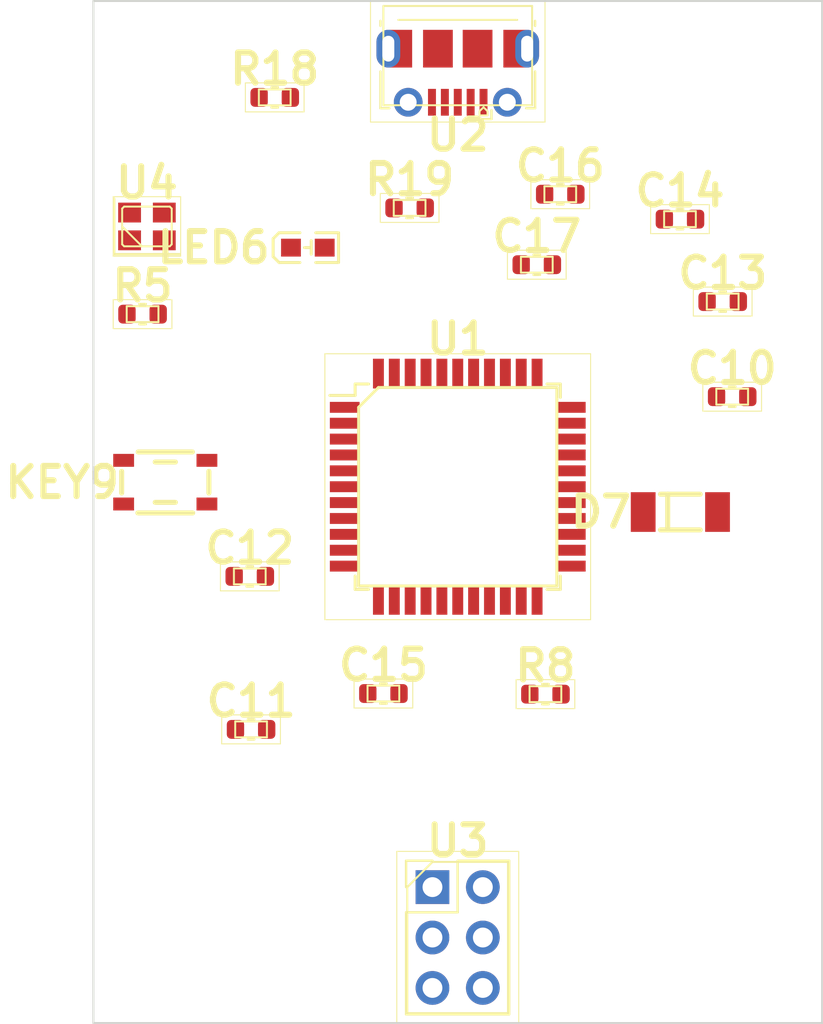
<source format=kicad_pcb>
(kicad_pcb
 (version 5)
 (host pcbnew 4.0.2-stable)
 (general
  (links 469)
  (no_connects 0)
  (area 0 0 36.74869153750062 51.49869153750062)
  (thickness 1.6002)
  (drawings 311)
  (tracks 3484)
  (zones 0)
  (modules 338)
  (nets 131))
 (page A3)
 (title_block
  (title GH60)
  (date "20 jan 2014")
  (rev B)
  (company "geekhack GH60 design team"))
 (layers
  (0 F.Cu signal)
  (31 B.Cu signal)
  (32 B.Adhes user)
  (33 F.Adhes user)
  (34 B.Paste user)
  (35 F.Paste user)
  (36 B.SilkS user)
  (37 F.SilkS user)
  (38 B.Mask user)
  (39 F.Mask user)
  (40 Dwgs.User user)
  (41 Cmts.User user)
  (42 Eco1.User user)
  (43 Eco2.User user)
  (44 Edge.Cuts user)
  (48 B.Fab user)
  (49 F.Fab user))
 (setup
  (last_trace_width 0.4064)
  (user_trace_width 0.254)
  (user_trace_width 0.4064)
  (user_trace_width 0.889)
  (trace_clearance 0.127)
  (zone_clearance 0.307299)
  (zone_45_only yes)
  (trace_min 0.127)
  (segment_width 2)
  (edge_width 0.0991)
  (via_size 1)
  (via_drill 0.4)
  (via_min_size 1)
  (via_min_drill 0.4)
  (uvia_size 0.508)
  (uvia_drill 0.127)
  (uvias_allowed no)
  (uvia_min_size 0.508)
  (uvia_min_drill 0.127)
  (pcb_text_width 0.3048)
  (pcb_text_size 1.524 2.032)
  (mod_edge_width 0.3)
  (mod_text_size 1.524 1.524)
  (mod_text_width 0.3048)
  (pad_size 0.9 0.9)
  (pad_drill 0.9)
  (pad_to_mask_clearance 0.1016)
  (pad_to_paste_clearance -0.02)
  (aux_axis_origin 62.29 64.62)
  (visible_elements FFFFFFFF)
  (pcbplotparams
   (layerselection 0x012a0_00000000)
   (usegerberextensions false)
   (excludeedgelayer true)
   (linewidth 0.15)
   (plotframeref false)
   (viasonmask false)
   (mode 1)
   (useauxorigin false)
   (hpglpennumber 1)
   (hpglpenspeed 20)
   (hpglpendiameter 15)
   (hpglpenoverlay 0)
   (psnegative false)
   (psa4output false)
   (plotreference true)
   (plotvalue false)
   (plotinvisibletext false)
   (padsonsilk false)
   (subtractmaskfromsilk false)
   (outputformat 4)
   (mirror false)
   (drillshape 0)
   (scaleselection 1)
   (outputdirectory gerber/)))
 (net 1 "1")
 (net 2 "2")
 (net 6 "6")
 (net 10 "10")
 (net 14 "14")
 (net 3 "3")
 (net 7 "7")
 (net 11 "11")
 (net 15 "15")
 (net 4 "4")
 (net 8 "8")
 (net 12 "12")
 (net 16 "16")
 (net 5 "5")
 (net 9 "9")
 (net 13 "13")
 (module "U1" (layer F.Cu)
   (tedit 0)
   (tstamp 0)
   (at 18.37434620020226 24.474345965738443 0.0)
   (path placeholder)
   (fp_text
    reference
    "U1"
    (at 0 -7.45 0)
    (layer F.SilkS)
    (effects (font (size 1.524 1.524) (thickness 0.3048))))
   (fp_line (start -4 -5) (end 5 -5) (layer F.SilkS) (width 0.15))
   (fp_line (start 5 -5) (end 5 5) (layer F.SilkS) (width 0.15))
   (fp_line (start 5 5) (end -5 5) (layer F.SilkS) (width 0.15))
   (fp_line (start -5 5) (end -5 -4) (layer F.SilkS) (width 0.15))
   (fp_line (start -5 -4) (end -4 -5) (layer F.SilkS) (width 0.15))
   (fp_line (start -6.7 -6.7) (end -6.7 6.7) (layer F.SilkS) (width 0.05))
   (fp_line (start 6.7 -6.7) (end 6.7 6.7) (layer F.SilkS) (width 0.05))
   (fp_line (start -6.7 -6.7) (end 6.7 -6.7) (layer F.SilkS) (width 0.05))
   (fp_line (start -6.7 6.7) (end 6.7 6.7) (layer F.SilkS) (width 0.05))
   (fp_line
    (start -5.175 -5.175)
    (end -5.175 -4.6)
    (layer F.SilkS)
    (width 0.15))
   (fp_line (start 5.175 -5.175) (end 5.175 -4.5) (layer F.SilkS) (width 0.15))
   (fp_line (start 5.175 5.175) (end 5.175 4.5) (layer F.SilkS) (width 0.15))
   (fp_line (start -5.175 5.175) (end -5.175 4.5) (layer F.SilkS) (width 0.15))
   (fp_line
    (start -5.175 -5.175)
    (end -4.5 -5.175)
    (layer F.SilkS)
    (width 0.15))
   (fp_line (start -5.175 5.175) (end -4.5 5.175) (layer F.SilkS) (width 0.15))
   (fp_line (start 5.175 5.175) (end 4.5 5.175) (layer F.SilkS) (width 0.15))
   (fp_line (start 5.175 -5.175) (end 4.5 -5.175) (layer F.SilkS) (width 0.15))
   (fp_line (start -5.175 -4.6) (end -6.45 -4.6) (layer F.SilkS) (width 0.15))
   (pad
    1
    smd
    rect
    (at -5.7 -4 0.0)
    (size 1.5 0.55)
    (layers F.Cu F.Paste F.Mask))
   (pad
    2
    smd
    rect
    (at -5.7 -3.2 0.0)
    (size 1.5 0.55)
    (layers F.Cu F.Paste F.Mask)
    (net 10 "10"))
   (pad
    3
    smd
    rect
    (at -5.7 -2.4 0.0)
    (size 1.5 0.55)
    (layers F.Cu F.Paste F.Mask)
    (net 15 "15"))
   (pad
    4
    smd
    rect
    (at -5.7 -1.6 0.0)
    (size 1.5 0.55)
    (layers F.Cu F.Paste F.Mask)
    (net 6 "6"))
   (pad
    5
    smd
    rect
    (at -5.7 -0.8 0.0)
    (size 1.5 0.55)
    (layers F.Cu F.Paste F.Mask)
    (net 16 "16"))
   (pad
    6
    smd
    rect
    (at -5.7 0 0.0)
    (size 1.5 0.55)
    (layers F.Cu F.Paste F.Mask)
    (net 12 "12"))
   (pad
    7
    smd
    rect
    (at -5.7 0.8 0.0)
    (size 1.5 0.55)
    (layers F.Cu F.Paste F.Mask)
    (net 10 "10"))
   (pad
    8
    smd
    rect
    (at -5.7 1.6 0.0)
    (size 1.5 0.55)
    (layers F.Cu F.Paste F.Mask))
   (pad
    9
    smd
    rect
    (at -5.7 2.4 0.0)
    (size 1.5 0.55)
    (layers F.Cu F.Paste F.Mask)
    (net 7 "7"))
   (pad
    10
    smd
    rect
    (at -5.7 3.2 0.0)
    (size 1.5 0.55)
    (layers F.Cu F.Paste F.Mask)
    (net 3 "3"))
   (pad
    11
    smd
    rect
    (at -5.7 4 0.0)
    (size 1.5 0.55)
    (layers F.Cu F.Paste F.Mask)
    (net 1 "1"))
   (pad
    12
    smd
    rect
    (at -4 5.7 90.0)
    (size 1.5 0.55)
    (layers F.Cu F.Paste F.Mask))
   (pad
    13
    smd
    rect
    (at -3.2 5.7 90.0)
    (size 1.5 0.55)
    (layers F.Cu F.Paste F.Mask)
    (net 4 "4"))
   (pad
    14
    smd
    rect
    (at -2.4 5.7 90.0)
    (size 1.5 0.55)
    (layers F.Cu F.Paste F.Mask)
    (net 10 "10"))
   (pad
    15
    smd
    rect
    (at -1.6 5.7 90.0)
    (size 1.5 0.55)
    (layers F.Cu F.Paste F.Mask)
    (net 16 "16"))
   (pad
    16
    smd
    rect
    (at -0.8 5.7 90.0)
    (size 1.5 0.55)
    (layers F.Cu F.Paste F.Mask)
    (net 2 "2"))
   (pad
    17
    smd
    rect
    (at 0 5.7 90.0)
    (size 1.5 0.55)
    (layers F.Cu F.Paste F.Mask)
    (net 11 "11"))
   (pad
    18
    smd
    rect
    (at 0.8 5.7 90.0)
    (size 1.5 0.55)
    (layers F.Cu F.Paste F.Mask))
   (pad
    19
    smd
    rect
    (at 1.6 5.7 90.0)
    (size 1.5 0.55)
    (layers F.Cu F.Paste F.Mask))
   (pad
    20
    smd
    rect
    (at 2.4 5.7 90.0)
    (size 1.5 0.55)
    (layers F.Cu F.Paste F.Mask))
   (pad
    21
    smd
    rect
    (at 3.2 5.7 90.0)
    (size 1.5 0.55)
    (layers F.Cu F.Paste F.Mask))
   (pad
    22
    smd
    rect
    (at 4 5.7 90.0)
    (size 1.5 0.55)
    (layers F.Cu F.Paste F.Mask))
   (pad
    23
    smd
    rect
    (at 5.7 4 0.0)
    (size 1.5 0.55)
    (layers F.Cu F.Paste F.Mask)
    (net 16 "16"))
   (pad
    24
    smd
    rect
    (at 5.7 3.2 0.0)
    (size 1.5 0.55)
    (layers F.Cu F.Paste F.Mask)
    (net 10 "10"))
   (pad
    25
    smd
    rect
    (at 5.7 2.4 0.0)
    (size 1.5 0.55)
    (layers F.Cu F.Paste F.Mask))
   (pad
    26
    smd
    rect
    (at 5.7 1.6 0.0)
    (size 1.5 0.55)
    (layers F.Cu F.Paste F.Mask))
   (pad
    27
    smd
    rect
    (at 5.7 0.8 0.0)
    (size 1.5 0.55)
    (layers F.Cu F.Paste F.Mask))
   (pad
    28
    smd
    rect
    (at 5.7 0 0.0)
    (size 1.5 0.55)
    (layers F.Cu F.Paste F.Mask))
   (pad
    29
    smd
    rect
    (at 5.7 -0.8 0.0)
    (size 1.5 0.55)
    (layers F.Cu F.Paste F.Mask))
   (pad
    30
    smd
    rect
    (at 5.7 -1.6 0.0)
    (size 1.5 0.55)
    (layers F.Cu F.Paste F.Mask))
   (pad
    31
    smd
    rect
    (at 5.7 -2.4 0.0)
    (size 1.5 0.55)
    (layers F.Cu F.Paste F.Mask)
    (net 8 "8"))
   (pad
    32
    smd
    rect
    (at 5.7 -3.2 0.0)
    (size 1.5 0.55)
    (layers F.Cu F.Paste F.Mask))
   (pad
    33
    smd
    rect
    (at 5.7 -4 0.0)
    (size 1.5 0.55)
    (layers F.Cu F.Paste F.Mask))
   (pad
    34
    smd
    rect
    (at 4 -5.7 90.0)
    (size 1.5 0.55)
    (layers F.Cu F.Paste F.Mask)
    (net 10 "10"))
   (pad
    35
    smd
    rect
    (at 3.2 -5.7 90.0)
    (size 1.5 0.55)
    (layers F.Cu F.Paste F.Mask)
    (net 16 "16"))
   (pad
    36
    smd
    rect
    (at 2.4 -5.7 90.0)
    (size 1.5 0.55)
    (layers F.Cu F.Paste F.Mask))
   (pad
    37
    smd
    rect
    (at 1.6 -5.7 90.0)
    (size 1.5 0.55)
    (layers F.Cu F.Paste F.Mask))
   (pad
    38
    smd
    rect
    (at 0.8 -5.7 90.0)
    (size 1.5 0.55)
    (layers F.Cu F.Paste F.Mask))
   (pad
    39
    smd
    rect
    (at 0 -5.7 90.0)
    (size 1.5 0.55)
    (layers F.Cu F.Paste F.Mask))
   (pad
    40
    smd
    rect
    (at -0.8 -5.7 90.0)
    (size 1.5 0.55)
    (layers F.Cu F.Paste F.Mask))
   (pad
    41
    smd
    rect
    (at -1.6 -5.7 90.0)
    (size 1.5 0.55)
    (layers F.Cu F.Paste F.Mask))
   (pad
    42
    smd
    rect
    (at -2.4 -5.7 90.0)
    (size 1.5 0.55)
    (layers F.Cu F.Paste F.Mask))
   (pad
    43
    smd
    rect
    (at -3.2 -5.7 90.0)
    (size 1.5 0.55)
    (layers F.Cu F.Paste F.Mask)
    (net 16 "16"))
   (pad
    44
    smd
    rect
    (at -4 -5.7 90.0)
    (size 1.5 0.55)
    (layers F.Cu F.Paste F.Mask)
    (net 10 "10"))
   (fp_text
    user
    "AIN0/INT6/PE6"
    (at -5.7 -4)
    (layer Eco1.User)
    (effects (font (size 0.2 0.2) (thickness 0.05))))
   (fp_text
    user
    "UVCC"
    (at -5.7 -3.2)
    (layer Eco1.User)
    (effects (font (size 0.2 0.2) (thickness 0.05))))
   (fp_text
    user
    "D-"
    (at -5.7 -2.4)
    (layer Eco1.User)
    (effects (font (size 0.2 0.2) (thickness 0.05))))
   (fp_text
    user
    "D+"
    (at -5.7 -1.6)
    (layer Eco1.User)
    (effects (font (size 0.2 0.2) (thickness 0.05))))
   (fp_text
    user
    "UGND"
    (at -5.7 -0.8)
    (layer Eco1.User)
    (effects (font (size 0.2 0.2) (thickness 0.05))))
   (fp_text
    user
    "UCAP"
    (at -5.7 0)
    (layer Eco1.User)
    (effects (font (size 0.2 0.2) (thickness 0.05))))
   (fp_text
    user
    "VBUS"
    (at -5.7 0.8)
    (layer Eco1.User)
    (effects (font (size 0.2 0.2) (thickness 0.05))))
   (fp_text
    user
    "PB0/PCINT0/SS"
    (at -5.7 1.6)
    (layer Eco1.User)
    (effects (font (size 0.2 0.2) (thickness 0.05))))
   (fp_text
    user
    "PCINT1/SCLK/PB1"
    (at -5.7 2.4)
    (layer Eco1.User)
    (effects (font (size 0.2 0.2) (thickness 0.05))))
   (fp_text
    user
    "PDI/PCINT2/PB2/MOSI"
    (at -5.7 3.2)
    (layer Eco1.User)
    (effects (font (size 0.2 0.2) (thickness 0.05))))
   (fp_text
    user
    "PDO/MISO/PB3/PCINT3"
    (at -5.7 4)
    (layer Eco1.User)
    (effects (font (size 0.2 0.2) (thickness 0.05))))
   (fp_text
    user
    "PCINT7/PB7/RTS/OC0A/OC1C"
    (at -4 5.7 90)
    (layer Eco1.User)
    (effects (font (size 0.2 0.2) (thickness 0.05))))
   (fp_text
    user
    "RESET"
    (at -3.2 5.7 90)
    (layer Eco1.User)
    (effects (font (size 0.2 0.2) (thickness 0.05))))
   (fp_text
    user
    "VCC"
    (at -2.4 5.7 90)
    (layer Eco1.User)
    (effects (font (size 0.2 0.2) (thickness 0.05))))
   (fp_text
    user
    "GND"
    (at -1.6 5.7 90)
    (layer Eco1.User)
    (effects (font (size 0.2 0.2) (thickness 0.05))))
   (fp_text
    user
    "XTAL2"
    (at -0.8 5.7 90)
    (layer Eco1.User)
    (effects (font (size 0.2 0.2) (thickness 0.05))))
   (fp_text
    user
    "XTAL1"
    (at 0 5.7 90)
    (layer Eco1.User)
    (effects (font (size 0.2 0.2) (thickness 0.05))))
   (fp_text
    user
    "SCL/PD0/OC0B/INT0"
    (at 0.8 5.7 90)
    (layer Eco1.User)
    (effects (font (size 0.2 0.2) (thickness 0.05))))
   (fp_text
    user
    "INT1/PD1/SDA"
    (at 1.6 5.7 90)
    (layer Eco1.User)
    (effects (font (size 0.2 0.2) (thickness 0.05))))
   (fp_text
    user
    "PD2/RXD1/INT2"
    (at 2.4 5.7 90)
    (layer Eco1.User)
    (effects (font (size 0.2 0.2) (thickness 0.05))))
   (fp_text
    user
    "TXD1/INT3/PD3"
    (at 3.2 5.7 90)
    (layer Eco1.User)
    (effects (font (size 0.2 0.2) (thickness 0.05))))
   (fp_text
    user
    "PD5/XCK1/CTS"
    (at 4 5.7 90)
    (layer Eco1.User)
    (effects (font (size 0.2 0.2) (thickness 0.05))))
   (fp_text
    user
    "GND"
    (at 5.7 4)
    (layer Eco1.User)
    (effects (font (size 0.2 0.2) (thickness 0.05))))
   (fp_text
    user
    "AVCC"
    (at 5.7 3.2)
    (layer Eco1.User)
    (effects (font (size 0.2 0.2) (thickness 0.05))))
   (fp_text
    user
    "ICP1/PD4/ADC8"
    (at 5.7 2.4)
    (layer Eco1.User)
    (effects (font (size 0.2 0.2) (thickness 0.05))))
   (fp_text
    user
    "PD6/T1/ADC9"
    (at 5.7 1.6)
    (layer Eco1.User)
    (effects (font (size 0.2 0.2) (thickness 0.05))))
   (fp_text
    user
    "T0/OC4D/PD7/ADC10"
    (at 5.7 0.8)
    (layer Eco1.User)
    (effects (font (size 0.2 0.2) (thickness 0.05))))
   (fp_text
    user
    "PB4/PCINT4/ADC11"
    (at 5.7 0)
    (layer Eco1.User)
    (effects (font (size 0.2 0.2) (thickness 0.05))))
   (fp_text
    user
    "PB5/OC1A/PCINT5/ADC12"
    (at 5.7 -0.8)
    (layer Eco1.User)
    (effects (font (size 0.2 0.2) (thickness 0.05))))
   (fp_text
    user
    "ADC13/PCINT6/PB6/OC1B/OC4B"
    (at 5.7 -1.6)
    (layer Eco1.User)
    (effects (font (size 0.2 0.2) (thickness 0.05))))
   (fp_text
    user
    "OC3A/PC6"
    (at 5.7 -2.4)
    (layer Eco1.User)
    (effects (font (size 0.2 0.2) (thickness 0.05))))
   (fp_text
    user
    "ICP3/CLK0/PC7/OC4A"
    (at 5.7 -3.2)
    (layer Eco1.User)
    (effects (font (size 0.2 0.2) (thickness 0.05))))
   (fp_text
    user
    "PE2/HWB"
    (at 5.7 -4)
    (layer Eco1.User)
    (effects (font (size 0.2 0.2) (thickness 0.05))))
   (fp_text
    user
    "VCC"
    (at 4 -5.7 90)
    (layer Eco1.User)
    (effects (font (size 0.2 0.2) (thickness 0.05))))
   (fp_text
    user
    "GND"
    (at 3.2 -5.7 90)
    (layer Eco1.User)
    (effects (font (size 0.2 0.2) (thickness 0.05))))
   (fp_text
    user
    "PF7/TDI/ADC7"
    (at 2.4 -5.7 90)
    (layer Eco1.User)
    (effects (font (size 0.2 0.2) (thickness 0.05))))
   (fp_text
    user
    "PF6/TDO/ADC6"
    (at 1.6 -5.7 90)
    (layer Eco1.User)
    (effects (font (size 0.2 0.2) (thickness 0.05))))
   (fp_text
    user
    "PF5/ADC5/TMS"
    (at 0.8 -5.7 90)
    (layer Eco1.User)
    (effects (font (size 0.2 0.2) (thickness 0.05))))
   (fp_text
    user
    "PF4/ADC4/TCK"
    (at 0 -5.7 90)
    (layer Eco1.User)
    (effects (font (size 0.2 0.2) (thickness 0.05))))
   (fp_text
    user
    "PF1/ADC1"
    (at -0.8 -5.7 90)
    (layer Eco1.User)
    (effects (font (size 0.2 0.2) (thickness 0.05))))
   (fp_text
    user
    "ADC0/PF0"
    (at -1.6 -5.7 90)
    (layer Eco1.User)
    (effects (font (size 0.2 0.2) (thickness 0.05))))
   (fp_text
    user
    "AREF"
    (at -2.4 -5.7 90)
    (layer Eco1.User)
    (effects (font (size 0.2 0.2) (thickness 0.05))))
   (fp_text
    user
    "GND"
    (at -3.2 -5.7 90)
    (layer Eco1.User)
    (effects (font (size 0.2 0.2) (thickness 0.05))))
   (fp_text
    user
    "AVCC"
    (at -4 -5.7 90)
    (layer Eco1.User)
    (effects (font (size 0.2 0.2) (thickness 0.05)))))
 (module "U2" (layer F.Cu)
   (tedit 0)
   (tstamp 0)
   (at 18.374346227584283 3.640000116255006 180.000002659109)
   (path placeholder)
   (fp_text
    reference
    "U2"
    (at 0 -3.1125 0)
    (layer F.SilkS)
    (effects (font (size 1.524 1.524) (thickness 0.3048))))
   (fp_line (start -4.4 3.64) (end 4.4 3.64) (layer F.SilkS) (width 0.05))
   (fp_line (start 4.4 -2.46) (end 4.4 3.64) (layer F.SilkS) (width 0.05))
   (fp_line (start -4.4 -2.46) (end 4.4 -2.46) (layer F.SilkS) (width 0.05))
   (fp_line (start -4.4 3.64) (end -4.4 -2.46) (layer F.SilkS) (width 0.05))
   (fp_line
    (start -3.9 -1.7625)
    (end -3.45 -1.7625)
    (layer F.SilkS)
    (width 0.12))
   (fp_line
    (start -3.9 0.0875)
    (end -3.9 -1.7625)
    (layer F.SilkS)
    (width 0.12))
   (fp_line (start 3.9 2.6375) (end 3.9 2.3875) (layer F.SilkS) (width 0.12))
   (fp_line (start 3.75 3.3875) (end 3.75 -1.6125) (layer F.SilkS) (width 0.1))
   (fp_line (start -3 2.689204) (end 3 2.689204) (layer F.SilkS) (width 0.1))
   (fp_line
    (start -3.75 3.389204)
    (end 3.75 3.389204)
    (layer F.SilkS)
    (width 0.1))
   (fp_line
    (start -3.75 -1.6125)
    (end 3.75 -1.6125)
    (layer F.SilkS)
    (width 0.1))
   (fp_line
    (start -3.75 3.3875)
    (end -3.75 -1.6125)
    (layer F.SilkS)
    (width 0.1))
   (fp_line (start -3.9 2.6375) (end -3.9 2.3875) (layer F.SilkS) (width 0.12))
   (fp_line (start 3.9 0.0875) (end 3.9 -1.7625) (layer F.SilkS) (width 0.12))
   (fp_line
    (start 3.9 -1.7625)
    (end 3.45 -1.7625)
    (layer F.SilkS)
    (width 0.12))
   (fp_line
    (start -1.7 -2.3125)
    (end -1.25 -2.3125)
    (layer F.SilkS)
    (width 0.12))
   (fp_line
    (start -1.7 -2.3125)
    (end -1.7 -1.8625)
    (layer F.SilkS)
    (width 0.12))
   (fp_line
    (start -1.3 -1.7125)
    (end -1.5 -1.9125)
    (layer F.SilkS)
    (width 0.1))
   (fp_line
    (start -1.1 -1.9125)
    (end -1.3 -1.7125)
    (layer F.SilkS)
    (width 0.1))
   (fp_line
    (start -1.5 -2.1225)
    (end -1.1 -2.1225)
    (layer F.SilkS)
    (width 0.1))
   (fp_line
    (start -1.5 -2.1225)
    (end -1.5 -1.9125)
    (layer F.SilkS)
    (width 0.1))
   (fp_line
    (start -1.1 -2.1225)
    (end -1.1 -1.9125)
    (layer F.SilkS)
    (width 0.1))
   (pad
    6
    smd
    rect
    (at 1 1.2375 180.000002659109)
    (size 1.5 1.9)
    (layers F.Cu F.Paste F.Mask))
   (pad
    6
    thru_hole
    circle
    (at -2.5 -1.4625 180.000002659109)
    (size 1.45 1.45)
    (drill 0.85)
    (layers *.Cu *.Mask))
   (pad
    2
    smd
    rect
    (at -0.65 -1.4625 180.000002659109)
    (size 0.4 1.35)
    (layers F.Cu F.Paste F.Mask)
    (net 13 "13"))
   (pad
    1
    smd
    rect
    (at -1.3 -1.4625 180.000002659109)
    (size 0.4 1.35)
    (layers F.Cu F.Paste F.Mask)
    (net 10 "10"))
   (pad
    5
    smd
    rect
    (at 1.3 -1.4625 180.000002659109)
    (size 0.4 1.35)
    (layers F.Cu F.Paste F.Mask)
    (net 16 "16"))
   (pad
    4
    smd
    rect
    (at 0.65 -1.4625 180.000002659109)
    (size 0.4 1.35)
    (layers F.Cu F.Paste F.Mask))
   (pad
    3
    smd
    rect
    (at 0 -1.4625 180.000002659109)
    (size 0.4 1.35)
    (layers F.Cu F.Paste F.Mask)
    (net 5 "5"))
   (pad
    6
    thru_hole
    circle
    (at 2.5 -1.4625 180.000002659109)
    (size 1.45 1.45)
    (drill 0.85)
    (layers *.Cu *.Mask))
   (pad
    6
    smd
    rect
    (at -1 1.2375 180.000002659109)
    (size 1.5 1.9)
    (layers F.Cu F.Paste F.Mask))
   (pad
    6
    thru_hole
    oval
    (at -3.5 1.2375 360.000002659109)
    (size 1.2 1.9)
    (drill oval 0.6 1.3)
    (layers *.Cu *.Mask))
   (pad
    6
    thru_hole
    oval
    (at 3.5 1.2375 180.000002659109)
    (size 1.2 1.9)
    (drill oval 0.6 1.3)
    (layers *.Cu *.Mask))
   (pad
    6
    smd
    rect
    (at 2.9 1.2375 180.000002659109)
    (size 1.2 1.9)
    (layers F.Cu F.Paste F.Mask))
   (pad
    6
    smd
    rect
    (at -2.9 1.2375 180.000002659109)
    (size 1.2 1.9)
    (layers F.Cu F.Paste F.Mask))
   (fp_text
    user
    "6"
    (at 1 1.2375 90)
    (layer Eco1.User)
    (effects (font (size 0.2 0.2) (thickness 0.05))))
   (fp_text
    user
    "6"
    (at -2.5 -1.4625 90)
    (layer Eco1.User)
    (effects (font (size 0.2 0.2) (thickness 0.05))))
   (fp_text
    user
    "D-"
    (at -0.65 -1.4625 90)
    (layer Eco1.User)
    (effects (font (size 0.2 0.2) (thickness 0.05))))
   (fp_text
    user
    "VBUS"
    (at -1.3 -1.4625 90)
    (layer Eco1.User)
    (effects (font (size 0.2 0.2) (thickness 0.05))))
   (fp_text
    user
    "GND"
    (at 1.3 -1.4625 90)
    (layer Eco1.User)
    (effects (font (size 0.2 0.2) (thickness 0.05))))
   (fp_text
    user
    "ID"
    (at 0.65 -1.4625 90)
    (layer Eco1.User)
    (effects (font (size 0.2 0.2) (thickness 0.05))))
   (fp_text
    user
    "D+"
    (at 0 -1.4625 90)
    (layer Eco1.User)
    (effects (font (size 0.2 0.2) (thickness 0.05))))
   (fp_text
    user
    "6"
    (at 2.5 -1.4625 90)
    (layer Eco1.User)
    (effects (font (size 0.2 0.2) (thickness 0.05))))
   (fp_text
    user
    "6"
    (at -1 1.2375 90)
    (layer Eco1.User)
    (effects (font (size 0.2 0.2) (thickness 0.05))))
   (fp_text
    user
    "6"
    (at -3.5 1.2375 90)
    (layer Eco1.User)
    (effects (font (size 0.2 0.2) (thickness 0.05))))
   (fp_text
    user
    "6"
    (at 3.5 1.2375 90)
    (layer Eco1.User)
    (effects (font (size 0.2 0.2) (thickness 0.05))))
   (fp_text
    user
    "6"
    (at 2.9 1.2375 90)
    (layer Eco1.User)
    (effects (font (size 0.2 0.2) (thickness 0.05))))
   (fp_text
    user
    "6"
    (at -2.9 1.2375 90)
    (layer Eco1.User)
    (effects (font (size 0.2 0.2) (thickness 0.05)))))
 (module "U3" (layer F.Cu)
   (tedit 0)
   (tstamp 0)
   (at 17.099346200202262 44.648691712627944 0.0)
   (path placeholder)
   (fp_text
    reference
    "U3"
    (at 1.27 -2.33 0)
    (layer F.SilkS)
    (effects (font (size 1.524 1.524) (thickness 0.3048))))
   (fp_line (start 0 -1.27) (end 3.81 -1.27) (layer F.SilkS) (width 0.1))
   (fp_line (start 3.81 -1.27) (end 3.81 6.35) (layer F.SilkS) (width 0.1))
   (fp_line (start 3.81 6.35) (end -1.27 6.35) (layer F.SilkS) (width 0.1))
   (fp_line (start -1.27 6.35) (end -1.27 0) (layer F.SilkS) (width 0.1))
   (fp_line (start -1.27 0) (end 0 -1.27) (layer F.SilkS) (width 0.1))
   (fp_line (start -1.33 6.41) (end 3.87 6.41) (layer F.SilkS) (width 0.12))
   (fp_line (start -1.33 1.27) (end -1.33 6.41) (layer F.SilkS) (width 0.12))
   (fp_line (start 3.87 -1.33) (end 3.87 6.41) (layer F.SilkS) (width 0.12))
   (fp_line (start -1.33 1.27) (end 1.27 1.27) (layer F.SilkS) (width 0.12))
   (fp_line (start 1.27 1.27) (end 1.27 -1.33) (layer F.SilkS) (width 0.12))
   (fp_line (start 1.27 -1.33) (end 3.87 -1.33) (layer F.SilkS) (width 0.12))
   (fp_line (start -1.33 0) (end -1.33 -1.33) (layer F.SilkS) (width 0.12))
   (fp_line (start -1.33 -1.33) (end 0 -1.33) (layer F.SilkS) (width 0.12))
   (fp_line (start -1.8 -1.8) (end -1.8 6.85) (layer F.SilkS) (width 0.05))
   (fp_line (start -1.8 6.85) (end 4.35 6.85) (layer F.SilkS) (width 0.05))
   (fp_line (start 4.35 6.85) (end 4.35 -1.8) (layer F.SilkS) (width 0.05))
   (fp_line (start 4.35 -1.8) (end -1.8 -1.8) (layer F.SilkS) (width 0.05))
   (pad
    1
    thru_hole
    rect
    (at 0 0 0.0)
    (size 1.7 1.7)
    (drill 1.0)
    (layers *.Cu *.Mask)
    (net 1 "1"))
   (pad
    2
    thru_hole
    oval
    (at 2.54 0 0.0)
    (size 1.7 1.7)
    (drill 1.0)
    (layers *.Cu *.Mask)
    (net 10 "10"))
   (pad
    3
    thru_hole
    oval
    (at 0 2.54 0.0)
    (size 1.7 1.7)
    (drill 1.0)
    (layers *.Cu *.Mask)
    (net 7 "7"))
   (pad
    4
    thru_hole
    oval
    (at 2.54 2.54 0.0)
    (size 1.7 1.7)
    (drill 1.0)
    (layers *.Cu *.Mask)
    (net 3 "3"))
   (pad
    5
    thru_hole
    oval
    (at 0 5.08 0.0)
    (size 1.7 1.7)
    (drill 1.0)
    (layers *.Cu *.Mask)
    (net 4 "4"))
   (pad
    6
    thru_hole
    oval
    (at 2.54 5.08 0.0)
    (size 1.7 1.7)
    (drill 1.0)
    (layers *.Cu *.Mask)
    (net 16 "16"))
   (fp_text
    user
    "1"
    (at 0 0 90)
    (layer Eco1.User)
    (effects (font (size 0.2 0.2) (thickness 0.05))))
   (fp_text
    user
    "2"
    (at 2.54 0 90)
    (layer Eco1.User)
    (effects (font (size 0.2 0.2) (thickness 0.05))))
   (fp_text
    user
    "3"
    (at 0 2.54 90)
    (layer Eco1.User)
    (effects (font (size 0.2 0.2) (thickness 0.05))))
   (fp_text
    user
    "4"
    (at 2.54 2.54 90)
    (layer Eco1.User)
    (effects (font (size 0.2 0.2) (thickness 0.05))))
   (fp_text
    user
    "5"
    (at 0 5.08 90)
    (layer Eco1.User)
    (effects (font (size 0.2 0.2) (thickness 0.05))))
   (fp_text
    user
    "6"
    (at 2.54 5.08 90)
    (layer Eco1.User)
    (effects (font (size 0.2 0.2) (thickness 0.05)))))
 (module "U4" (layer F.Cu)
   (tedit 0)
   (tstamp 0)
   (at 2.699999961291058 11.360058838414458 0.0)
   (path placeholder)
   (fp_text
    reference
    "U4"
    (at 0 -2.2 0)
    (layer F.SilkS)
    (effects (font (size 1.524 1.524) (thickness 0.3048))))
   (fp_line (start -1.15 -1) (end 1.15 -1) (layer F.SilkS) (width 0.1))
   (fp_line (start 1.15 -1) (end 1.25 -0.9) (layer F.SilkS) (width 0.1))
   (fp_line (start 1.25 -0.9) (end 1.25 0.9) (layer F.SilkS) (width 0.1))
   (fp_line (start 1.25 0.9) (end 1.15 1) (layer F.SilkS) (width 0.1))
   (fp_line (start 1.15 1) (end -1.15 1) (layer F.SilkS) (width 0.1))
   (fp_line (start -1.15 1) (end -1.25 0.9) (layer F.SilkS) (width 0.1))
   (fp_line (start -1.25 0.9) (end -1.25 -0.9) (layer F.SilkS) (width 0.1))
   (fp_line (start -1.25 -0.9) (end -1.15 -1) (layer F.SilkS) (width 0.1))
   (fp_line (start -1.25 0) (end -0.25 1) (layer F.SilkS) (width 0.1))
   (fp_line (start -1.65 -1.4) (end -1.65 1.4) (layer F.SilkS) (width 0.12))
   (fp_line (start -1.65 1.4) (end 1.65 1.4) (layer F.SilkS) (width 0.12))
   (fp_line (start -1.7 -1.5) (end -1.7 1.5) (layer F.SilkS) (width 0.05))
   (fp_line (start -1.7 1.5) (end 1.7 1.5) (layer F.SilkS) (width 0.05))
   (fp_line (start 1.7 1.5) (end 1.7 -1.5) (layer F.SilkS) (width 0.05))
   (fp_line (start 1.7 -1.5) (end -1.7 -1.5) (layer F.SilkS) (width 0.05))
   (pad
    1
    smd
    rect
    (at -0.875 0.7 0.0)
    (size 1.15 1)
    (layers F.Cu F.Paste F.Mask)
    (net 11 "11"))
   (pad
    2
    smd
    rect
    (at 0.875 0.7 0.0)
    (size 1.15 1)
    (layers F.Cu F.Paste F.Mask)
    (net 16 "16"))
   (pad
    3
    smd
    rect
    (at 0.875 -0.7 0.0)
    (size 1.15 1)
    (layers F.Cu F.Paste F.Mask)
    (net 2 "2"))
   (pad
    4
    smd
    rect
    (at -0.875 -0.7 0.0)
    (size 1.15 1)
    (layers F.Cu F.Paste F.Mask)
    (net 16 "16"))
   (fp_text
    user
    "XIN"
    (at -0.875 0.7)
    (layer Eco1.User)
    (effects (font (size 0.2 0.2) (thickness 0.05))))
   (fp_text
    user
    "GND"
    (at 0.875 0.7)
    (layer Eco1.User)
    (effects (font (size 0.2 0.2) (thickness 0.05))))
   (fp_text
    user
    "XOUT"
    (at 0.875 -0.7)
    (layer Eco1.User)
    (effects (font (size 0.2 0.2) (thickness 0.05))))
   (fp_text
    user
    "GND"
    (at -0.875 -0.7)
    (layer Eco1.User)
    (effects (font (size 0.2 0.2) (thickness 0.05)))))
 (module "R5" (layer F.Cu)
   (tedit 0)
   (tstamp 0)
   (at 2.479999950608858 15.77845735401617 0.0)
   (path placeholder)
   (fp_text
    reference
    "R5"
    (at 0 -1.43 0)
    (layer F.SilkS)
    (effects (font (size 1.524 1.524) (thickness 0.3048))))
   (fp_line (start -0.8 0.4) (end -0.8 -0.4) (layer F.SilkS) (width 0.1))
   (fp_line (start -0.8 -0.4) (end 0.8 -0.4) (layer F.SilkS) (width 0.1))
   (fp_line (start 0.8 -0.4) (end 0.8 0.4) (layer F.SilkS) (width 0.1))
   (fp_line (start 0.8 0.4) (end -0.8 0.4) (layer F.SilkS) (width 0.1))
   (fp_line
    (start -0.162779 -0.51)
    (end 0.162779 -0.51)
    (layer F.SilkS)
    (width 0.12))
   (fp_line
    (start -0.162779 0.51)
    (end 0.162779 0.51)
    (layer F.SilkS)
    (width 0.12))
   (fp_line (start -1.48 0.73) (end -1.48 -0.73) (layer F.SilkS) (width 0.05))
   (fp_line (start -1.48 -0.73) (end 1.48 -0.73) (layer F.SilkS) (width 0.05))
   (fp_line (start 1.48 -0.73) (end 1.48 0.73) (layer F.SilkS) (width 0.05))
   (fp_line (start 1.48 0.73) (end -1.48 0.73) (layer F.SilkS) (width 0.05))
   (pad
    1
    smd
    roundrect
    (at -0.7875 0 0.0)
    (size 0.875 0.95)
    (layers F.Cu F.Paste F.Mask)
    (net 8 "8"))
   (pad
    2
    smd
    roundrect
    (at 0.7875 0 0.0)
    (size 0.875 0.95)
    (layers F.Cu F.Paste F.Mask)
    (net 9 "9"))
   (fp_text
    user
    "left/1"
    (at -0.7875 0 90)
    (layer Eco1.User)
    (effects (font (size 0.2 0.2) (thickness 0.05))))
   (fp_text
    user
    "right/2"
    (at 0.7875 0 90)
    (layer Eco1.User)
    (effects (font (size 0.2 0.2) (thickness 0.05)))))
 (module "LED6" (layer F.Cu)
   (tedit 0)
   (tstamp 0)
   (at 10.814054078901716 12.427586415656538 0.0)
   (path placeholder)
   (fp_text
    reference
    "LED6"
    (at -4.750059999999962 2.5399999969977216e-05 0)
    (layer F.SilkS)
    (effects (font (size 1.524 1.524) (thickness 0.3048))))
   (fp_line
    (start -1.7500599999999622 0.35001199999987875)
    (end -1.7500599999999622 0.45003719999988334)
    (layer F.SilkS)
    (width 0.15001240000000002))
   (fp_line
    (start -1.7500599999999622 0.45003719999988334)
    (end -1.4501113999999689 0.7500619999999572)
    (layer F.SilkS)
    (width 0.15001240000000002))
   (fp_line
    (start 0.3999484000000848 -0.7500112000000172)
    (end 1.5499587999998994 -0.7500112000000172)
    (layer F.SilkS)
    (width 0.15001240000000002))
   (fp_line
    (start 0.3999484000000848 0.7500619999999572)
    (end 1.5499587999998994 0.7500619999999572)
    (layer F.SilkS)
    (width 0.15001240000000002))
   (fp_line
    (start -0.400049999999851 -0.7500112000000172)
    (end -1.4501113999999689 -0.7500112000000172)
    (layer F.SilkS)
    (width 0.15001240000000002))
   (fp_line
    (start -0.400049999999851 0.7500619999999572)
    (end -1.4501113999999689 0.7500619999999572)
    (layer F.SilkS)
    (width 0.15001240000000002))
   (fp_line
    (start 1.5499587999998994 -0.7498842000001105)
    (end 1.5499587999998994 0.7300213999999414)
    (layer F.SilkS)
    (width 0.15001240000000002))
   (fp_line
    (start -1.7500599999999622 -0.34991040000011253)
    (end -1.7500599999999622 0.35001199999987875)
    (layer F.SilkS)
    (width 0.15001240000000002))
   (fp_line
    (start -1.7500599999999622 -0.34991040000011253)
    (end -1.7500599999999622 -0.45006260000013754)
    (layer F.SilkS)
    (width 0.15001240000000002))
   (fp_line
    (start -1.7500599999999622 -0.45006260000013754)
    (end -1.4501113999999689 -0.7500112000000172)
    (layer F.SilkS)
    (width 0.15001240000000002))
   (fp_line
    (start 0.170002199999999 -0.3499865999999656)
    (end 0.170002199999999 0.32999679999988984)
    (layer F.SilkS)
    (width 0.15001240000000002))
   (fp_line
    (start 0.170002199999999 -0.0022606000001132998)
    (end -0.1700021999998853 -0.0022606000001132998)
    (layer F.SilkS)
    (width 0.15001240000000002))
   (pad
    1
    smd
    rect
    (at -0.850188800000069 5.079999993995443e-05 0.0)
    (size 0.9999979999999998 0.899922)
    (layers F.Cu F.Paste F.Mask)
    (net 16 "16"))
   (pad
    2
    smd
    rect
    (at 0.8498331999999209 5.079999993995443e-05 0.0)
    (size 0.9999979999999998 0.899922)
    (layers F.Cu F.Paste F.Mask)
    (net 9 "9"))
   (fp_text
    user
    "right/-"
    (at -0.850188800000069 5.079999993995443e-05)
    (layer Eco1.User)
    (effects (font (size 0.2 0.2) (thickness 0.05))))
   (fp_text
    user
    "+/left"
    (at 0.8498331999999209 5.079999993995443e-05)
    (layer Eco1.User)
    (effects (font (size 0.2 0.2) (thickness 0.05)))))
 (module "D7" (layer F.Cu)
   (tedit 0)
   (tstamp 0)
   (at 29.599893443256036 25.749547829326303 0.0)
   (path placeholder)
   (fp_text
    reference
    "D7"
    (at -3.999998000000005 0.0 0)
    (layer F.SilkS)
    (effects (font (size 1.524 1.524) (thickness 0.3048))))
   (fp_line
    (start -0.999998000000005 -0.8999982000000273)
    (end 0.9999979999999908 -0.8999982000000273)
    (layer F.SilkS)
    (width 0.254))
   (fp_line
    (start -0.999998000000005 0.8999982000000273)
    (end 0.9999979999999908 0.8999982000000273)
    (layer F.SilkS)
    (width 0.254))
   (fp_line
    (start -0.6371843999999953 -0.8999982000000273)
    (end -0.6371843999999953 0.8999982000000273)
    (layer F.SilkS)
    (width 0.254))
   (pad
    2
    smd
    rect
    (at 1.875053400000013 0.0 0.0)
    (size 1.2500101999999997 1.9999959999999997)
    (layers F.Cu F.Paste F.Mask)
    (net 4 "4"))
   (pad
    1
    smd
    rect
    (at -1.8750025999999878 0.0 0.0)
    (size 1.2500101999999997 1.9999959999999997)
    (layers F.Cu F.Paste F.Mask)
    (net 14 "14"))
   (fp_text
    user
    "+/left"
    (at 1.875053400000013 0.0 90)
    (layer Eco1.User)
    (effects (font (size 0.2 0.2) (thickness 0.05))))
   (fp_text
    user
    "right/-"
    (at -1.8750025999999878 0.0 90)
    (layer Eco1.User)
    (effects (font (size 0.2 0.2) (thickness 0.05)))))
 (module "R8" (layer F.Cu)
   (tedit 0)
   (tstamp 0)
   (at 22.796373569442732 34.9256102210724 0.0)
   (path placeholder)
   (fp_text
    reference
    "R8"
    (at 0 -1.43 0)
    (layer F.SilkS)
    (effects (font (size 1.524 1.524) (thickness 0.3048))))
   (fp_line (start -0.8 0.4) (end -0.8 -0.4) (layer F.SilkS) (width 0.1))
   (fp_line (start -0.8 -0.4) (end 0.8 -0.4) (layer F.SilkS) (width 0.1))
   (fp_line (start 0.8 -0.4) (end 0.8 0.4) (layer F.SilkS) (width 0.1))
   (fp_line (start 0.8 0.4) (end -0.8 0.4) (layer F.SilkS) (width 0.1))
   (fp_line
    (start -0.162779 -0.51)
    (end 0.162779 -0.51)
    (layer F.SilkS)
    (width 0.12))
   (fp_line
    (start -0.162779 0.51)
    (end 0.162779 0.51)
    (layer F.SilkS)
    (width 0.12))
   (fp_line (start -1.48 0.73) (end -1.48 -0.73) (layer F.SilkS) (width 0.05))
   (fp_line (start -1.48 -0.73) (end 1.48 -0.73) (layer F.SilkS) (width 0.05))
   (fp_line (start 1.48 -0.73) (end 1.48 0.73) (layer F.SilkS) (width 0.05))
   (fp_line (start 1.48 0.73) (end -1.48 0.73) (layer F.SilkS) (width 0.05))
   (pad
    1
    smd
    roundrect
    (at -0.7875 0 0.0)
    (size 0.875 0.95)
    (layers F.Cu F.Paste F.Mask)
    (net 4 "4"))
   (pad
    2
    smd
    roundrect
    (at 0.7875 0 0.0)
    (size 0.875 0.95)
    (layers F.Cu F.Paste F.Mask)
    (net 14 "14"))
   (fp_text
    user
    "left/1"
    (at -0.7875 0 90)
    (layer Eco1.User)
    (effects (font (size 0.2 0.2) (thickness 0.05))))
   (fp_text
    user
    "right/2"
    (at 0.7875 0 90)
    (layer Eco1.User)
    (effects (font (size 0.2 0.2) (thickness 0.05)))))
 (module "KEY9" (layer F.Cu)
   (tedit 0)
   (tstamp 0)
   (at 3.62507101105917 24.2454062871513 0.0)
   (path placeholder)
   (fp_text
    reference
    "KEY9"
    (at -5.199894000000086 0.012890499999855365 0)
    (layer F.SilkS)
    (effects (font (size 1.524 1.524) (thickness 0.3048))))
   (fp_line
    (start -0.5080000000001519 -1.0161270000000968)
    (end 0.5080000000000382 -1.0161270000000968)
    (layer F.SilkS)
    (width 0.254))
   (fp_line
    (start -0.5080000000001519 1.0158729999999423)
    (end 0.5080000000000382 1.0158729999999423)
    (layer F.SilkS)
    (width 0.254))
   (fp_line
    (start 2.199893999999972 -0.543941000000018)
    (end 2.199893999999972 0.5436869999999772)
    (layer F.SilkS)
    (width 0.254))
   (fp_line
    (start 1.3664184000000432 -1.5240000000001146)
    (end -1.366418400000157 -1.5240000000001146)
    (layer F.SilkS)
    (width 0.254))
   (fp_line
    (start -2.1998940000000857 -0.543941000000018)
    (end -2.1998940000000857 0.5436869999999772)
    (layer F.SilkS)
    (width 0.254))
   (fp_line
    (start -1.3810995999999705 1.5497809999998253)
    (end 1.3810995999998568 1.5497809999998253)
    (layer F.SilkS)
    (width 0.254))
   (pad
    1
    smd
    rect
    (at -2.100072000000182 -1.0999470000000429 0.0)
    (size 1.0499978999999997 0.6499986999999999)
    (layers F.Cu F.Paste F.Mask)
    (net 4 "4"))
   (pad
    2
    smd
    rect
    (at 2.1000720000000683 -1.0999470000000429 0.0)
    (size 1.0499978999999997 0.6499986999999999)
    (layers F.Cu F.Paste F.Mask))
   (pad
    3
    smd
    rect
    (at -2.100072000000182 1.0999469999999292 0.0)
    (size 1.0499978999999997 0.6499986999999999)
    (layers F.Cu F.Paste F.Mask)
    (net 16 "16"))
   (pad
    4
    smd
    rect
    (at 2.1000720000000683 1.0999469999999292 0.0)
    (size 1.0500106 0.6500114)
    (layers F.Cu F.Paste F.Mask))
   (fp_text
    user
    "A1/left"
    (at -2.100072000000182 -1.0999470000000429)
    (layer Eco1.User)
    (effects (font (size 0.2 0.2) (thickness 0.05))))
   (fp_text
    user
    "A2"
    (at 2.1000720000000683 -1.0999470000000429)
    (layer Eco1.User)
    (effects (font (size 0.2 0.2) (thickness 0.05))))
   (fp_text
    user
    "right/B1"
    (at -2.100072000000182 1.0999469999999292)
    (layer Eco1.User)
    (effects (font (size 0.2 0.2) (thickness 0.05))))
   (fp_text
    user
    "B2"
    (at 2.1000720000000683 1.0999469999999292)
    (layer Eco1.User)
    (effects (font (size 0.2 0.2) (thickness 0.05)))))
 (module "C10" (layer F.Cu)
   (tedit 0)
   (tstamp 0)
   (at 32.21394455302846 19.9364670588272 0.0)
   (path placeholder)
   (fp_text
    reference
    "C10"
    (at 0 -1.43 0)
    (layer F.SilkS)
    (effects (font (size 1.524 1.524) (thickness 0.3048))))
   (fp_line (start -0.8 0.4) (end -0.8 -0.4) (layer F.SilkS) (width 0.1))
   (fp_line (start -0.8 -0.4) (end 0.8 -0.4) (layer F.SilkS) (width 0.1))
   (fp_line (start 0.8 -0.4) (end 0.8 0.4) (layer F.SilkS) (width 0.1))
   (fp_line (start 0.8 0.4) (end -0.8 0.4) (layer F.SilkS) (width 0.1))
   (fp_line
    (start -0.162779 -0.51)
    (end 0.162779 -0.51)
    (layer F.SilkS)
    (width 0.12))
   (fp_line
    (start -0.162779 0.51)
    (end 0.162779 0.51)
    (layer F.SilkS)
    (width 0.12))
   (fp_line (start -1.48 0.73) (end -1.48 -0.73) (layer F.SilkS) (width 0.05))
   (fp_line (start -1.48 -0.73) (end 1.48 -0.73) (layer F.SilkS) (width 0.05))
   (fp_line (start 1.48 -0.73) (end 1.48 0.73) (layer F.SilkS) (width 0.05))
   (fp_line (start 1.48 0.73) (end -1.48 0.73) (layer F.SilkS) (width 0.05))
   (pad
    1
    smd
    roundrect
    (at -0.7875 0 0.0)
    (size 0.875 0.95)
    (layers F.Cu F.Paste F.Mask)
    (net 12 "12"))
   (pad
    2
    smd
    roundrect
    (at 0.7875 0 0.0)
    (size 0.875 0.95)
    (layers F.Cu F.Paste F.Mask)
    (net 16 "16"))
   (fp_text
    user
    "left/1"
    (at -0.7875 0 90)
    (layer Eco1.User)
    (effects (font (size 0.2 0.2) (thickness 0.05))))
   (fp_text
    user
    "right/2"
    (at 0.7875 0 90)
    (layer Eco1.User)
    (effects (font (size 0.2 0.2) (thickness 0.05)))))
 (module "C11" (layer F.Cu)
   (tedit 0)
   (tstamp 0)
   (at 7.9517184145783055 36.701014372284945 0.0)
   (path placeholder)
   (fp_text
    reference
    "C11"
    (at 0 -1.43 0)
    (layer F.SilkS)
    (effects (font (size 1.524 1.524) (thickness 0.3048))))
   (fp_line (start -0.8 0.4) (end -0.8 -0.4) (layer F.SilkS) (width 0.1))
   (fp_line (start -0.8 -0.4) (end 0.8 -0.4) (layer F.SilkS) (width 0.1))
   (fp_line (start 0.8 -0.4) (end 0.8 0.4) (layer F.SilkS) (width 0.1))
   (fp_line (start 0.8 0.4) (end -0.8 0.4) (layer F.SilkS) (width 0.1))
   (fp_line
    (start -0.162779 -0.51)
    (end 0.162779 -0.51)
    (layer F.SilkS)
    (width 0.12))
   (fp_line
    (start -0.162779 0.51)
    (end 0.162779 0.51)
    (layer F.SilkS)
    (width 0.12))
   (fp_line (start -1.48 0.73) (end -1.48 -0.73) (layer F.SilkS) (width 0.05))
   (fp_line (start -1.48 -0.73) (end 1.48 -0.73) (layer F.SilkS) (width 0.05))
   (fp_line (start 1.48 -0.73) (end 1.48 0.73) (layer F.SilkS) (width 0.05))
   (fp_line (start 1.48 0.73) (end -1.48 0.73) (layer F.SilkS) (width 0.05))
   (pad
    1
    smd
    roundrect
    (at -0.7875 0 0.0)
    (size 0.875 0.95)
    (layers F.Cu F.Paste F.Mask)
    (net 10 "10"))
   (pad
    2
    smd
    roundrect
    (at 0.7875 0 0.0)
    (size 0.875 0.95)
    (layers F.Cu F.Paste F.Mask)
    (net 16 "16"))
   (fp_text
    user
    "left/1"
    (at -0.7875 0 90)
    (layer Eco1.User)
    (effects (font (size 0.2 0.2) (thickness 0.05))))
   (fp_text
    user
    "right/2"
    (at 0.7875 0 90)
    (layer Eco1.User)
    (effects (font (size 0.2 0.2) (thickness 0.05)))))
 (module "C12" (layer F.Cu)
   (tedit 0)
   (tstamp 0)
   (at 7.887092271732405 28.99173499490404 0.0)
   (path placeholder)
   (fp_text
    reference
    "C12"
    (at 0 -1.43 0)
    (layer F.SilkS)
    (effects (font (size 1.524 1.524) (thickness 0.3048))))
   (fp_line (start -0.8 0.4) (end -0.8 -0.4) (layer F.SilkS) (width 0.1))
   (fp_line (start -0.8 -0.4) (end 0.8 -0.4) (layer F.SilkS) (width 0.1))
   (fp_line (start 0.8 -0.4) (end 0.8 0.4) (layer F.SilkS) (width 0.1))
   (fp_line (start 0.8 0.4) (end -0.8 0.4) (layer F.SilkS) (width 0.1))
   (fp_line
    (start -0.162779 -0.51)
    (end 0.162779 -0.51)
    (layer F.SilkS)
    (width 0.12))
   (fp_line
    (start -0.162779 0.51)
    (end 0.162779 0.51)
    (layer F.SilkS)
    (width 0.12))
   (fp_line (start -1.48 0.73) (end -1.48 -0.73) (layer F.SilkS) (width 0.05))
   (fp_line (start -1.48 -0.73) (end 1.48 -0.73) (layer F.SilkS) (width 0.05))
   (fp_line (start 1.48 -0.73) (end 1.48 0.73) (layer F.SilkS) (width 0.05))
   (fp_line (start 1.48 0.73) (end -1.48 0.73) (layer F.SilkS) (width 0.05))
   (pad
    1
    smd
    roundrect
    (at -0.7875 0 0.0)
    (size 0.875 0.95)
    (layers F.Cu F.Paste F.Mask)
    (net 10 "10"))
   (pad
    2
    smd
    roundrect
    (at 0.7875 0 0.0)
    (size 0.875 0.95)
    (layers F.Cu F.Paste F.Mask)
    (net 16 "16"))
   (fp_text
    user
    "left/1"
    (at -0.7875 0 90)
    (layer Eco1.User)
    (effects (font (size 0.2 0.2) (thickness 0.05))))
   (fp_text
    user
    "right/2"
    (at 0.7875 0 90)
    (layer Eco1.User)
    (effects (font (size 0.2 0.2) (thickness 0.05)))))
 (module "C13" (layer F.Cu)
   (tedit 0)
   (tstamp 0)
   (at 31.735490170649456 15.144969994697322 0.0)
   (path placeholder)
   (fp_text
    reference
    "C13"
    (at 0 -1.43 0)
    (layer F.SilkS)
    (effects (font (size 1.524 1.524) (thickness 0.3048))))
   (fp_line (start -0.8 0.4) (end -0.8 -0.4) (layer F.SilkS) (width 0.1))
   (fp_line (start -0.8 -0.4) (end 0.8 -0.4) (layer F.SilkS) (width 0.1))
   (fp_line (start 0.8 -0.4) (end 0.8 0.4) (layer F.SilkS) (width 0.1))
   (fp_line (start 0.8 0.4) (end -0.8 0.4) (layer F.SilkS) (width 0.1))
   (fp_line
    (start -0.162779 -0.51)
    (end 0.162779 -0.51)
    (layer F.SilkS)
    (width 0.12))
   (fp_line
    (start -0.162779 0.51)
    (end 0.162779 0.51)
    (layer F.SilkS)
    (width 0.12))
   (fp_line (start -1.48 0.73) (end -1.48 -0.73) (layer F.SilkS) (width 0.05))
   (fp_line (start -1.48 -0.73) (end 1.48 -0.73) (layer F.SilkS) (width 0.05))
   (fp_line (start 1.48 -0.73) (end 1.48 0.73) (layer F.SilkS) (width 0.05))
   (fp_line (start 1.48 0.73) (end -1.48 0.73) (layer F.SilkS) (width 0.05))
   (pad
    1
    smd
    roundrect
    (at -0.7875 0 0.0)
    (size 0.875 0.95)
    (layers F.Cu F.Paste F.Mask)
    (net 10 "10"))
   (pad
    2
    smd
    roundrect
    (at 0.7875 0 0.0)
    (size 0.875 0.95)
    (layers F.Cu F.Paste F.Mask)
    (net 16 "16"))
   (fp_text
    user
    "left/1"
    (at -0.7875 0 90)
    (layer Eco1.User)
    (effects (font (size 0.2 0.2) (thickness 0.05))))
   (fp_text
    user
    "right/2"
    (at 0.7875 0 90)
    (layer Eco1.User)
    (effects (font (size 0.2 0.2) (thickness 0.05)))))
 (module "C14" (layer F.Cu)
   (tedit 0)
   (tstamp 0)
   (at 29.58077251619529 10.992344498154837 0.0)
   (path placeholder)
   (fp_text
    reference
    "C14"
    (at 0 -1.43 0)
    (layer F.SilkS)
    (effects (font (size 1.524 1.524) (thickness 0.3048))))
   (fp_line (start -0.8 0.4) (end -0.8 -0.4) (layer F.SilkS) (width 0.1))
   (fp_line (start -0.8 -0.4) (end 0.8 -0.4) (layer F.SilkS) (width 0.1))
   (fp_line (start 0.8 -0.4) (end 0.8 0.4) (layer F.SilkS) (width 0.1))
   (fp_line (start 0.8 0.4) (end -0.8 0.4) (layer F.SilkS) (width 0.1))
   (fp_line
    (start -0.162779 -0.51)
    (end 0.162779 -0.51)
    (layer F.SilkS)
    (width 0.12))
   (fp_line
    (start -0.162779 0.51)
    (end 0.162779 0.51)
    (layer F.SilkS)
    (width 0.12))
   (fp_line (start -1.48 0.73) (end -1.48 -0.73) (layer F.SilkS) (width 0.05))
   (fp_line (start -1.48 -0.73) (end 1.48 -0.73) (layer F.SilkS) (width 0.05))
   (fp_line (start 1.48 -0.73) (end 1.48 0.73) (layer F.SilkS) (width 0.05))
   (fp_line (start 1.48 0.73) (end -1.48 0.73) (layer F.SilkS) (width 0.05))
   (pad
    1
    smd
    roundrect
    (at -0.7875 0 0.0)
    (size 0.875 0.95)
    (layers F.Cu F.Paste F.Mask)
    (net 10 "10"))
   (pad
    2
    smd
    roundrect
    (at 0.7875 0 0.0)
    (size 0.875 0.95)
    (layers F.Cu F.Paste F.Mask)
    (net 16 "16"))
   (fp_text
    user
    "left/1"
    (at -0.7875 0 90)
    (layer Eco1.User)
    (effects (font (size 0.2 0.2) (thickness 0.05))))
   (fp_text
    user
    "right/2"
    (at 0.7875 0 90)
    (layer Eco1.User)
    (effects (font (size 0.2 0.2) (thickness 0.05)))))
 (module "C15" (layer F.Cu)
   (tedit 0)
   (tstamp 0)
   (at 14.625160409867098 34.89458214488821 0.0)
   (path placeholder)
   (fp_text
    reference
    "C15"
    (at 0 -1.43 0)
    (layer F.SilkS)
    (effects (font (size 1.524 1.524) (thickness 0.3048))))
   (fp_line (start -0.8 0.4) (end -0.8 -0.4) (layer F.SilkS) (width 0.1))
   (fp_line (start -0.8 -0.4) (end 0.8 -0.4) (layer F.SilkS) (width 0.1))
   (fp_line (start 0.8 -0.4) (end 0.8 0.4) (layer F.SilkS) (width 0.1))
   (fp_line (start 0.8 0.4) (end -0.8 0.4) (layer F.SilkS) (width 0.1))
   (fp_line
    (start -0.162779 -0.51)
    (end 0.162779 -0.51)
    (layer F.SilkS)
    (width 0.12))
   (fp_line
    (start -0.162779 0.51)
    (end 0.162779 0.51)
    (layer F.SilkS)
    (width 0.12))
   (fp_line (start -1.48 0.73) (end -1.48 -0.73) (layer F.SilkS) (width 0.05))
   (fp_line (start -1.48 -0.73) (end 1.48 -0.73) (layer F.SilkS) (width 0.05))
   (fp_line (start 1.48 -0.73) (end 1.48 0.73) (layer F.SilkS) (width 0.05))
   (fp_line (start 1.48 0.73) (end -1.48 0.73) (layer F.SilkS) (width 0.05))
   (pad
    1
    smd
    roundrect
    (at -0.7875 0 0.0)
    (size 0.875 0.95)
    (layers F.Cu F.Paste F.Mask)
    (net 10 "10"))
   (pad
    2
    smd
    roundrect
    (at 0.7875 0 0.0)
    (size 0.875 0.95)
    (layers F.Cu F.Paste F.Mask)
    (net 16 "16"))
   (fp_text
    user
    "left/1"
    (at -0.7875 0 90)
    (layer Eco1.User)
    (effects (font (size 0.2 0.2) (thickness 0.05))))
   (fp_text
    user
    "right/2"
    (at 0.7875 0 90)
    (layer Eco1.User)
    (effects (font (size 0.2 0.2) (thickness 0.05)))))
 (module "C16" (layer F.Cu)
   (tedit 0)
   (tstamp 0)
   (at 23.544032294589314 9.736097335844038 0.0)
   (path placeholder)
   (fp_text
    reference
    "C16"
    (at 0 -1.43 0)
    (layer F.SilkS)
    (effects (font (size 1.524 1.524) (thickness 0.3048))))
   (fp_line (start -0.8 0.4) (end -0.8 -0.4) (layer F.SilkS) (width 0.1))
   (fp_line (start -0.8 -0.4) (end 0.8 -0.4) (layer F.SilkS) (width 0.1))
   (fp_line (start 0.8 -0.4) (end 0.8 0.4) (layer F.SilkS) (width 0.1))
   (fp_line (start 0.8 0.4) (end -0.8 0.4) (layer F.SilkS) (width 0.1))
   (fp_line
    (start -0.162779 -0.51)
    (end 0.162779 -0.51)
    (layer F.SilkS)
    (width 0.12))
   (fp_line
    (start -0.162779 0.51)
    (end 0.162779 0.51)
    (layer F.SilkS)
    (width 0.12))
   (fp_line (start -1.48 0.73) (end -1.48 -0.73) (layer F.SilkS) (width 0.05))
   (fp_line (start -1.48 -0.73) (end 1.48 -0.73) (layer F.SilkS) (width 0.05))
   (fp_line (start 1.48 -0.73) (end 1.48 0.73) (layer F.SilkS) (width 0.05))
   (fp_line (start 1.48 0.73) (end -1.48 0.73) (layer F.SilkS) (width 0.05))
   (pad
    1
    smd
    roundrect
    (at -0.7875 0 0.0)
    (size 0.875 0.95)
    (layers F.Cu F.Paste F.Mask)
    (net 11 "11"))
   (pad
    2
    smd
    roundrect
    (at 0.7875 0 0.0)
    (size 0.875 0.95)
    (layers F.Cu F.Paste F.Mask)
    (net 16 "16"))
   (fp_text
    user
    "left/1"
    (at -0.7875 0 90)
    (layer Eco1.User)
    (effects (font (size 0.2 0.2) (thickness 0.05))))
   (fp_text
    user
    "right/2"
    (at 0.7875 0 90)
    (layer Eco1.User)
    (effects (font (size 0.2 0.2) (thickness 0.05)))))
 (module "C17" (layer F.Cu)
   (tedit 0)
   (tstamp 0)
   (at 22.360607599801742 13.287474178908074 0.0)
   (path placeholder)
   (fp_text
    reference
    "C17"
    (at 0 -1.43 0)
    (layer F.SilkS)
    (effects (font (size 1.524 1.524) (thickness 0.3048))))
   (fp_line (start -0.8 0.4) (end -0.8 -0.4) (layer F.SilkS) (width 0.1))
   (fp_line (start -0.8 -0.4) (end 0.8 -0.4) (layer F.SilkS) (width 0.1))
   (fp_line (start 0.8 -0.4) (end 0.8 0.4) (layer F.SilkS) (width 0.1))
   (fp_line (start 0.8 0.4) (end -0.8 0.4) (layer F.SilkS) (width 0.1))
   (fp_line
    (start -0.162779 -0.51)
    (end 0.162779 -0.51)
    (layer F.SilkS)
    (width 0.12))
   (fp_line
    (start -0.162779 0.51)
    (end 0.162779 0.51)
    (layer F.SilkS)
    (width 0.12))
   (fp_line (start -1.48 0.73) (end -1.48 -0.73) (layer F.SilkS) (width 0.05))
   (fp_line (start -1.48 -0.73) (end 1.48 -0.73) (layer F.SilkS) (width 0.05))
   (fp_line (start 1.48 -0.73) (end 1.48 0.73) (layer F.SilkS) (width 0.05))
   (fp_line (start 1.48 0.73) (end -1.48 0.73) (layer F.SilkS) (width 0.05))
   (pad
    1
    smd
    roundrect
    (at -0.7875 0 0.0)
    (size 0.875 0.95)
    (layers F.Cu F.Paste F.Mask)
    (net 2 "2"))
   (pad
    2
    smd
    roundrect
    (at 0.7875 0 0.0)
    (size 0.875 0.95)
    (layers F.Cu F.Paste F.Mask)
    (net 16 "16"))
   (fp_text
    user
    "left/1"
    (at -0.7875 0 90)
    (layer Eco1.User)
    (effects (font (size 0.2 0.2) (thickness 0.05))))
   (fp_text
    user
    "right/2"
    (at 0.7875 0 90)
    (layer Eco1.User)
    (effects (font (size 0.2 0.2) (thickness 0.05)))))
 (module "R18" (layer F.Cu)
   (tedit 0)
   (tstamp 0)
   (at 9.14483585168384 4.857287839709674 0.0)
   (path placeholder)
   (fp_text
    reference
    "R18"
    (at 0 -1.43 0)
    (layer F.SilkS)
    (effects (font (size 1.524 1.524) (thickness 0.3048))))
   (fp_line (start -0.8 0.4) (end -0.8 -0.4) (layer F.SilkS) (width 0.1))
   (fp_line (start -0.8 -0.4) (end 0.8 -0.4) (layer F.SilkS) (width 0.1))
   (fp_line (start 0.8 -0.4) (end 0.8 0.4) (layer F.SilkS) (width 0.1))
   (fp_line (start 0.8 0.4) (end -0.8 0.4) (layer F.SilkS) (width 0.1))
   (fp_line
    (start -0.162779 -0.51)
    (end 0.162779 -0.51)
    (layer F.SilkS)
    (width 0.12))
   (fp_line
    (start -0.162779 0.51)
    (end 0.162779 0.51)
    (layer F.SilkS)
    (width 0.12))
   (fp_line (start -1.48 0.73) (end -1.48 -0.73) (layer F.SilkS) (width 0.05))
   (fp_line (start -1.48 -0.73) (end 1.48 -0.73) (layer F.SilkS) (width 0.05))
   (fp_line (start 1.48 -0.73) (end 1.48 0.73) (layer F.SilkS) (width 0.05))
   (fp_line (start 1.48 0.73) (end -1.48 0.73) (layer F.SilkS) (width 0.05))
   (pad
    1
    smd
    roundrect
    (at -0.7875 0 0.0)
    (size 0.875 0.95)
    (layers F.Cu F.Paste F.Mask)
    (net 6 "6"))
   (pad
    2
    smd
    roundrect
    (at 0.7875 0 0.0)
    (size 0.875 0.95)
    (layers F.Cu F.Paste F.Mask)
    (net 5 "5"))
   (fp_text
    user
    "left/1"
    (at -0.7875 0 90)
    (layer Eco1.User)
    (effects (font (size 0.2 0.2) (thickness 0.05))))
   (fp_text
    user
    "right/2"
    (at 0.7875 0 90)
    (layer Eco1.User)
    (effects (font (size 0.2 0.2) (thickness 0.05)))))
 (module "R19" (layer F.Cu)
   (tedit 0)
   (tstamp 0)
   (at 15.947919822326197 10.426371281338161 0.0)
   (path placeholder)
   (fp_text
    reference
    "R19"
    (at 0 -1.43 0)
    (layer F.SilkS)
    (effects (font (size 1.524 1.524) (thickness 0.3048))))
   (fp_line (start -0.8 0.4) (end -0.8 -0.4) (layer F.SilkS) (width 0.1))
   (fp_line (start -0.8 -0.4) (end 0.8 -0.4) (layer F.SilkS) (width 0.1))
   (fp_line (start 0.8 -0.4) (end 0.8 0.4) (layer F.SilkS) (width 0.1))
   (fp_line (start 0.8 0.4) (end -0.8 0.4) (layer F.SilkS) (width 0.1))
   (fp_line
    (start -0.162779 -0.51)
    (end 0.162779 -0.51)
    (layer F.SilkS)
    (width 0.12))
   (fp_line
    (start -0.162779 0.51)
    (end 0.162779 0.51)
    (layer F.SilkS)
    (width 0.12))
   (fp_line (start -1.48 0.73) (end -1.48 -0.73) (layer F.SilkS) (width 0.05))
   (fp_line (start -1.48 -0.73) (end 1.48 -0.73) (layer F.SilkS) (width 0.05))
   (fp_line (start 1.48 -0.73) (end 1.48 0.73) (layer F.SilkS) (width 0.05))
   (fp_line (start 1.48 0.73) (end -1.48 0.73) (layer F.SilkS) (width 0.05))
   (pad
    1
    smd
    roundrect
    (at -0.7875 0 0.0)
    (size 0.875 0.95)
    (layers F.Cu F.Paste F.Mask)
    (net 15 "15"))
   (pad
    2
    smd
    roundrect
    (at 0.7875 0 0.0)
    (size 0.875 0.95)
    (layers F.Cu F.Paste F.Mask)
    (net 13 "13"))
   (fp_text
    user
    "left/1"
    (at -0.7875 0 90)
    (layer Eco1.User)
    (effects (font (size 0.2 0.2) (thickness 0.05))))
   (fp_text
    user
    "right/2"
    (at 0.7875 0 90)
    (layer Eco1.User)
    (effects (font (size 0.2 0.2) (thickness 0.05)))))
 (gr_line (start 0 0) (end 36.74869153750062 0) (layer Edge.Cuts) (width 0.1))
 (gr_line
  (start 36.74869153750062 0)
  (end 36.74869153750062 51.49869153750062)
  (layer Edge.Cuts)
  (width 0.1))
 (gr_line
  (start 36.74869153750062 51.49869153750062)
  (end 0 51.49869153750062)
  (layer Edge.Cuts)
  (width 0.1))
 (gr_line (start 0 51.49869153750062) (end 0 0) (layer Edge.Cuts) (width 0.1)))

</source>
